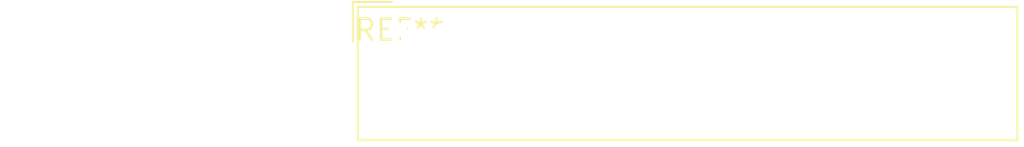
<source format=kicad_pcb>
(kicad_pcb (version 20240108) (generator pcbnew)
  (layers (0 "F.Cu" signal) (31 "B.Cu" signal) (34 "B.Paste" user) (35 "F.Paste" user) (36 "B.SilkS" user "B.Silkscreen") (37 "F.SilkS" user "F.Silkscreen") (38 "B.Mask" user) (39 "F.Mask" user) (44 "Edge.Cuts" user))
  (net 0 "")
  (footprint "Molex_SPOX_5268-15A_1x15_P2.50mm_Horizontal" (layer "F.Cu") (at 0 0)
    (property "Reference" "REF**")
    (property "Value" "Molex_SPOX_5268-15A_1x15_P2.50mm_Horizontal")
    (fp_line (start -2.86 -1.71) (end -0.45 -1.71) (layer "F.SilkS") (stroke (width 0.12)))
    (fp_line (start -2.86 0.7) (end -2.86 -1.71) (layer "F.SilkS") (stroke (width 0.12)))
    (fp_line (start -2.56 -1.41) (end -2.56 6.71) (layer "F.SilkS") (stroke (width 0.12)))
    (fp_line (start -2.56 6.71) (end 37.56 6.71) (layer "F.SilkS") (stroke (width 0.12)))
    (fp_line (start 37.56 -1.41) (end -2.56 -1.41) (layer "F.SilkS") (stroke (width 0.12)))
    (fp_line (start 37.56 6.71) (end 37.56 -1.41) (layer "F.SilkS") (stroke (width 0.12)))
    (pad "1" thru_hole roundrect (at 0 0) (size 1.7 1.85) (drill 0.85) (layers *.Cu *.Mask) (remove_unused_layers) (roundrect_rratio 0.147059))
    (pad "2" thru_hole oval (at 2.5 0) (size 1.7 1.85) (drill 0.85) (layers *.Cu *.Mask) (remove_unused_layers))
    (pad "3" thru_hole oval (at 5 0) (size 1.7 1.85) (drill 0.85) (layers *.Cu *.Mask) (remove_unused_layers))
    (pad "4" thru_hole oval (at 7.5 0) (size 1.7 1.85) (drill 0.85) (layers *.Cu *.Mask) (remove_unused_layers))
    (pad "5" thru_hole oval (at 10 0) (size 1.7 1.85) (drill 0.85) (layers *.Cu *.Mask) (remove_unused_layers))
    (pad "6" thru_hole oval (at 12.5 0) (size 1.7 1.85) (drill 0.85) (layers *.Cu *.Mask) (remove_unused_layers))
    (pad "7" thru_hole oval (at 15 0) (size 1.7 1.85) (drill 0.85) (layers *.Cu *.Mask) (remove_unused_layers))
    (pad "8" thru_hole oval (at 17.5 0) (size 1.7 1.85) (drill 0.85) (layers *.Cu *.Mask) (remove_unused_layers))
    (pad "9" thru_hole oval (at 20 0) (size 1.7 1.85) (drill 0.85) (layers *.Cu *.Mask) (remove_unused_layers))
    (pad "10" thru_hole oval (at 22.5 0) (size 1.7 1.85) (drill 0.85) (layers *.Cu *.Mask) (remove_unused_layers))
    (pad "11" thru_hole oval (at 25 0) (size 1.7 1.85) (drill 0.85) (layers *.Cu *.Mask) (remove_unused_layers))
    (pad "12" thru_hole oval (at 27.5 0) (size 1.7 1.85) (drill 0.85) (layers *.Cu *.Mask) (remove_unused_layers))
    (pad "13" thru_hole oval (at 30 0) (size 1.7 1.85) (drill 0.85) (layers *.Cu *.Mask) (remove_unused_layers))
    (pad "14" thru_hole oval (at 32.5 0) (size 1.7 1.85) (drill 0.85) (layers *.Cu *.Mask) (remove_unused_layers))
    (pad "15" thru_hole oval (at 35 0) (size 1.7 1.85) (drill 0.85) (layers *.Cu *.Mask) (remove_unused_layers))
  )
)
</source>
